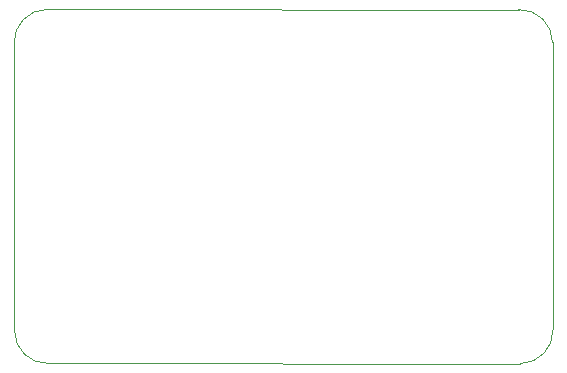
<source format=gbr>
%TF.GenerationSoftware,KiCad,Pcbnew,(6.0.9)*%
%TF.CreationDate,2022-11-24T16:49:12+01:00*%
%TF.ProjectId,LDAD ATOM PRO,4c444144-2041-4544-9f4d-2050524f2e6b,5.3*%
%TF.SameCoordinates,Original*%
%TF.FileFunction,Profile,NP*%
%FSLAX46Y46*%
G04 Gerber Fmt 4.6, Leading zero omitted, Abs format (unit mm)*
G04 Created by KiCad (PCBNEW (6.0.9)) date 2022-11-24 16:49:12*
%MOMM*%
%LPD*%
G01*
G04 APERTURE LIST*
%TA.AperFunction,Profile*%
%ADD10C,0.100000*%
%TD*%
G04 APERTURE END LIST*
D10*
X119113420Y-112467928D02*
X159050000Y-112470000D01*
X161791794Y-85279999D02*
G75*
G03*
X158910000Y-82500000I-2781894J-101D01*
G01*
X159050000Y-112469997D02*
G75*
G03*
X161829999Y-109588203I0J2781797D01*
G01*
X118983868Y-82489551D02*
X158910000Y-82500000D01*
X161829999Y-109588203D02*
X161791797Y-85279999D01*
X116231677Y-109687929D02*
G75*
G03*
X119113420Y-112467928I2781823J29D01*
G01*
X116231623Y-109687929D02*
X116203869Y-85371348D01*
X118983868Y-82489562D02*
G75*
G03*
X116203869Y-85371348I-268J-2781538D01*
G01*
M02*

</source>
